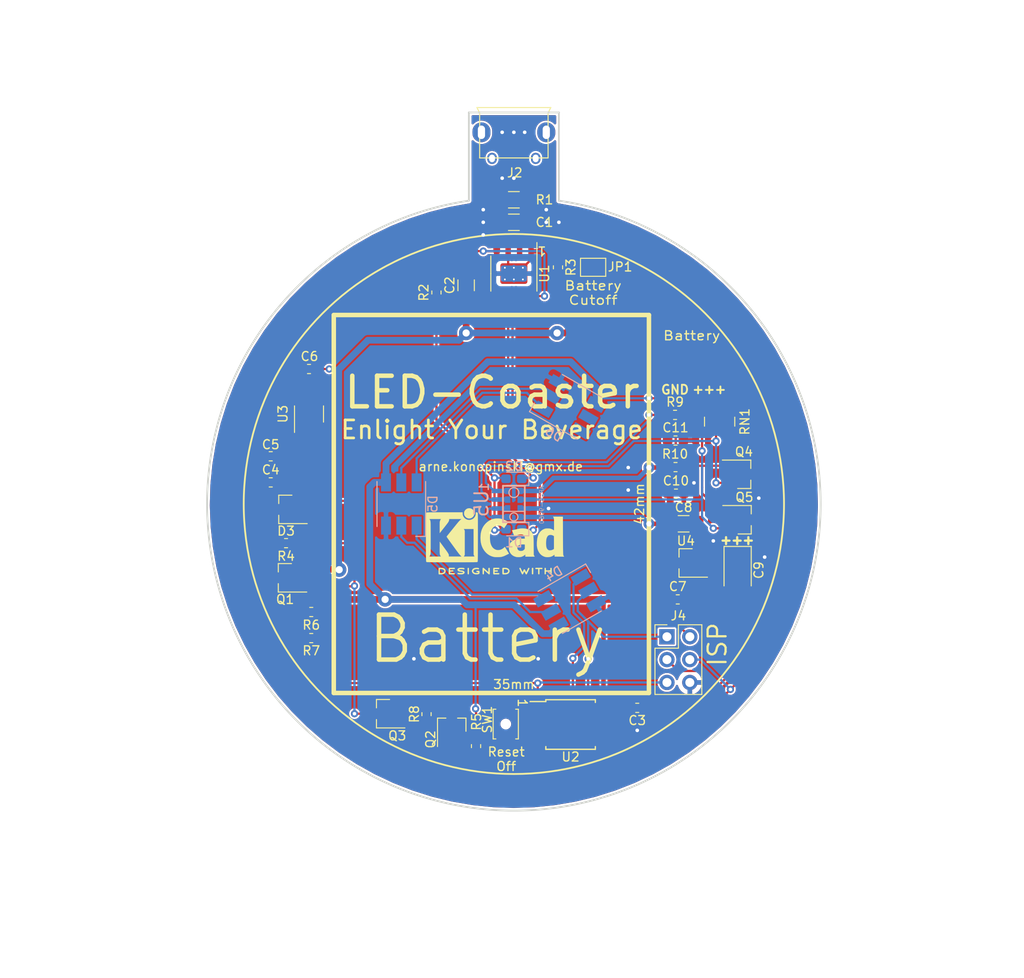
<source format=kicad_pcb>
(kicad_pcb (version 20171130) (host pcbnew "(5.1.4)-1")
  (layers (0 F.Cu signal) (31 B.Cu signal) (34 B.Paste user hide) (35 F.Paste user hide) (36 B.SilkS user) (37 F.SilkS user) (38 B.Mask user) (39 F.Mask user) (44 Edge.Cuts user))
  (net 0 "")
  (net 1 "Net-(C1-Pad1)")
  (net 2 GND)
  (net 3 +BATT)
  (net 4 VDD)
  (net 5 +3V3)
  (net 6 "Net-(D1-Pad2)")
  (net 7 "Net-(D1-Pad1)")
  (net 8 "Net-(D2-Pad1)")
  (net 9 "Net-(D3-Pad1)")
  (net 10 "Net-(D3-Pad2)")
  (net 11 /LED_Data)
  (net 12 /LED_Clock)
  (net 13 "Net-(D5-Pad5)")
  (net 14 "Net-(D5-Pad6)")
  (net 15 "Net-(D6-Pad6)")
  (net 16 "Net-(D6-Pad5)")
  (net 17 "Net-(J1-Pad1)")
  (net 18 "Net-(J2-Pad6)")
  (net 19 "Net-(J2-Pad4)")
  (net 20 "Net-(J2-Pad3)")
  (net 21 "Net-(J2-Pad2)")
  (net 22 "Net-(J2-Pad1)")
  (net 23 /SDA_HV)
  (net 24 /SCL_HV)
  (net 25 /MODE)
  (net 26 /OFF)
  (net 27 "Net-(Q2-Pad3)")
  (net 28 /SDA_LV)
  (net 29 /SCL_LV)
  (net 30 "Net-(R3-Pad1)")
  (net 31 "Net-(R9-Pad1)")
  (net 32 "Net-(U3-Pad6)")
  (net 33 "Net-(U5-Pad3)")
  (net 34 "Net-(C4-Pad1)")
  (net 35 "Net-(C11-Pad1)")
  (net 36 "Net-(D3-Pad3)")
  (net 37 "Net-(D4-Pad5)")
  (net 38 "Net-(D4-Pad6)")
  (module Resistor_SMD:R_0603_1608Metric_Pad1.05x0.95mm_HandSolder (layer F.Cu) (at 157.95 95.9)
    (fp_text reference R10 (at -0.05 -1.45) (layer F.SilkS))
    (fp_text value 22R)
    (pad 1 smd roundrect (at -0.875 0) (size 1.05 0.95) (layers F.Cu F.Paste F.Mask) (net 35 "Net-(C11-Pad1)"))
    (pad 2 smd roundrect (at 0.875 0) (size 1.05 0.95) (layers F.Cu F.Paste F.Mask) (net 5 +3V3))
  )
  (module Resistor_SMD:R_0603_1608Metric_Pad1.05x0.95mm_HandSolder (layer F.Cu) (at 117.5 114.9 180)
    (fp_text reference R7 (at 0 -1.4 180) (layer F.SilkS))
    (fp_text value 22k)
    (pad 1 smd roundrect (at -0.875 0 180) (size 1.05 0.95) (layers F.Cu F.Paste F.Mask) (net 25 /MODE))
    (pad 2 smd roundrect (at 0.875 0 180) (size 1.05 0.95) (layers F.Cu F.Paste F.Mask) (net 9 "Net-(D3-Pad1)"))
  )
  (module Capacitor_SMD:C_0603_1608Metric_Pad1.05x0.95mm_HandSolder (layer F.Cu) (at 113 97.6 180)
    (fp_text reference C4 (at 0 1.4) (layer F.SilkS))
    (fp_text value 33pF)
    (pad 1 smd roundrect (at -0.875 0 180) (size 1.05 0.95) (layers F.Cu F.Paste F.Mask) (net 34 "Net-(C4-Pad1)"))
    (pad 2 smd roundrect (at 0.875 0 180) (size 1.05 0.95) (layers F.Cu F.Paste F.Mask) (net 2 GND))
  )
  (module Package_TO_SOT_SMD:SOT-23_Handsoldering (layer F.Cu) (at 114.65 100.6 180)
    (fp_text reference D3 (at -0.05 -2.4) (layer F.SilkS))
    (fp_text value BAV70)
    (pad 1 smd rect (at -1.5 -0.95 180) (size 1.9 0.8) (layers F.Cu F.Paste F.Mask) (net 9 "Net-(D3-Pad1)"))
    (pad 2 smd rect (at -1.5 0.95 180) (size 1.9 0.8) (layers F.Cu F.Paste F.Mask) (net 10 "Net-(D3-Pad2)"))
    (pad 3 smd rect (at 1.5 0 180) (size 1.9 0.8) (layers F.Cu F.Paste F.Mask) (net 36 "Net-(D3-Pad3)"))
  )
  (module Package_SO:SOIC-8-1EP_3.9x4.9mm_P1.27mm_EP2.29x3mm_ThermalVias (layer F.Cu) (at 140 74.4 270)
    (fp_text reference U1 (at 0 -3.4 90) (layer F.SilkS))
    (fp_text value TP4056)
    (pad 8 smd roundrect (at 2.475 -1.905 270) (size 1.95 0.6) (layers F.Cu F.Paste F.Mask) (net 1 "Net-(C1-Pad1)"))
    (pad 7 smd roundrect (at 2.475 -0.635 270) (size 1.95 0.6) (layers F.Cu F.Paste F.Mask) (net 7 "Net-(D1-Pad1)"))
    (pad 6 smd roundrect (at 2.475 0.635 270) (size 1.95 0.6) (layers F.Cu F.Paste F.Mask) (net 8 "Net-(D2-Pad1)"))
    (pad 5 smd roundrect (at 2.475 1.905 270) (size 1.95 0.6) (layers F.Cu F.Paste F.Mask) (net 3 +BATT))
    (pad 4 smd roundrect (at -2.475 1.905 270) (size 1.95 0.6) (layers F.Cu F.Paste F.Mask) (net 1 "Net-(C1-Pad1)"))
    (pad 3 smd roundrect (at -2.475 0.635 270) (size 1.95 0.6) (layers F.Cu F.Paste F.Mask) (net 2 GND))
    (pad 2 smd roundrect (at -2.475 -0.635 270) (size 1.95 0.6) (layers F.Cu F.Paste F.Mask) (net 30 "Net-(R3-Pad1)"))
    (pad 1 smd roundrect (at -2.475 -1.905 270) (size 1.95 0.6) (layers F.Cu F.Paste F.Mask) (net 2 GND))
    (pad 9 smd roundrect (at 0 0 270) (size 1.8 2.9) (layers B.Cu) (roundrect_rratio 0.139) (net 2 GND))
    (pad 9 thru_hole circle (at 0.65 1 270) (size 0.5 0.5) (drill 0.2) (layers *.Cu) (net 2 GND))
    (pad 9 thru_hole circle (at -0.65 1 270) (size 0.5 0.5) (drill 0.2) (layers *.Cu) (net 2 GND))
    (pad 9 thru_hole circle (at 0.65 0 270) (size 0.5 0.5) (drill 0.2) (layers *.Cu) (net 2 GND))
    (pad 9 thru_hole circle (at -0.65 0 270) (size 0.5 0.5) (drill 0.2) (layers *.Cu) (net 2 GND))
    (pad 9 thru_hole circle (at 0.65 -1 270) (size 0.5 0.5) (drill 0.2) (layers *.Cu) (net 2 GND))
    (pad 9 thru_hole circle (at -0.65 -1 270) (size 0.5 0.5) (drill 0.2) (layers *.Cu) (net 2 GND))
    (pad 9 smd roundrect (at 0 0 270) (size 2.29 3) (layers F.Cu F.Mask) (roundrect_rratio 0.10917) (net 2 GND))
  )
  (module Symbol:KiCad-Logo2_6mm_SilkScreen (layer F.Cu) (at 137.9 103.45)
    (fp_text reference REF** hide)
    (fp_text value KiCad-Logo2_6mm_SilkScreen hide)
  )
  (module Sensor:APDS-9960-Handsolder (layer B.Cu) (at 140 100 180)
    (fp_text reference U5 (at 3.6 0.05 270) (layer B.SilkS) (effects (font (size 1.5 1.5) (thickness 0.2)) (justify mirror)))
    (fp_text value APDS-9960 (at -3.1 -0.1 90) (layer B.SilkS) (effects (font (size 0.48 0.48) (thickness 0.05)) (justify mirror)))
    (fp_text user 1 (at 3.3 1.9 90) (layer B.SilkS) (effects (justify mirror)))
    (pad 8 smd rect (at -1.7 1.45 180) (size 1.5 0.5) (layers B.Cu B.Paste B.Mask) (net 35 "Net-(C11-Pad1)"))
    (pad 7 smd rect (at -1.7 0.5 180) (size 1.5 0.5) (layers B.Cu B.Paste B.Mask) (net 29 /SCL_LV))
    (pad 6 smd rect (at -1.7 -0.5 180) (size 1.5 0.5) (layers B.Cu B.Paste B.Mask) (net 2 GND))
    (pad 5 smd rect (at -1.7 -1.45 180) (size 1.5 0.5) (layers B.Cu B.Paste B.Mask) (net 5 +3V3))
    (pad 4 smd rect (at 1.7 -1.45 180) (size 1.5 0.5) (layers B.Cu B.Paste B.Mask) (net 33 "Net-(U5-Pad3)"))
    (pad 3 smd rect (at 1.7 -0.5 180) (size 1.5 0.5) (layers B.Cu B.Paste B.Mask) (net 33 "Net-(U5-Pad3)"))
    (pad 2 smd rect (at 1.7 0.5 180) (size 1.5 0.5) (layers B.Cu B.Paste B.Mask) (net 31 "Net-(R9-Pad1)"))
    (pad 1 smd rect (at 1.7 1.45 180) (size 1.5 0.5) (layers B.Cu B.Paste B.Mask) (net 28 /SDA_LV))
    (pad 8 smd rect (at -0.7 1.455 180) (size 0.6 0.72) (layers B.Cu B.Paste B.Mask) (net 35 "Net-(C11-Pad1)"))
    (pad 7 smd rect (at -0.7 0.485 180) (size 0.6 0.72) (layers B.Cu B.Paste B.Mask) (net 29 /SCL_LV))
    (pad 6 smd rect (at -0.7 -0.485 180) (size 0.6 0.72) (layers B.Cu B.Paste B.Mask) (net 2 GND))
    (pad 5 smd rect (at -0.7 -1.455 180) (size 0.6 0.72) (layers B.Cu B.Paste B.Mask) (net 5 +3V3))
    (pad 4 smd rect (at 0.7 -1.455 180) (size 0.6 0.72) (layers B.Cu B.Paste B.Mask) (net 33 "Net-(U5-Pad3)"))
    (pad 3 smd rect (at 0.7 -0.485 180) (size 0.6 0.72) (layers B.Cu B.Paste B.Mask) (net 33 "Net-(U5-Pad3)"))
    (pad 2 smd rect (at 0.7 0.485 180) (size 0.6 0.72) (layers B.Cu B.Paste B.Mask) (net 31 "Net-(R9-Pad1)"))
    (pad 1 smd rect (at 0.7 1.455 180) (size 0.6 0.72) (layers B.Cu B.Paste B.Mask) (net 28 /SDA_LV))
  )
  (module Capacitor_SMD:C_1206_3216Metric_Pad1.42x1.75mm_HandSolder (layer F.Cu) (at 134.7 75.7 90)
    (fp_text reference C2 (at 0 -1.82 90) (layer F.SilkS))
    (fp_text value 10)
    (pad 2 smd roundrect (at 1.4875 0 90) (size 1.425 1.75) (layers F.Cu F.Paste F.Mask) (roundrect_rratio 0.175439) (net 2 GND))
    (pad 1 smd roundrect (at -1.4875 0 90) (size 1.425 1.75) (layers F.Cu F.Paste F.Mask) (roundrect_rratio 0.175439) (net 3 +BATT))
  )
  (module Capacitor_SMD:C_1206_3216Metric_Pad1.42x1.75mm_HandSolder (layer F.Cu) (at 140 68.7)
    (fp_text reference C1 (at 3.4 0) (layer F.SilkS))
    (fp_text value 10)
    (pad 1 smd roundrect (at -1.4875 0) (size 1.425 1.75) (layers F.Cu F.Paste F.Mask) (roundrect_rratio 0.175439) (net 1 "Net-(C1-Pad1)"))
    (pad 2 smd roundrect (at 1.4875 0) (size 1.425 1.75) (layers F.Cu F.Paste F.Mask) (roundrect_rratio 0.175439) (net 2 GND))
  )
  (module Capacitor_SMD:C_0603_1608Metric_Pad1.05x0.95mm_HandSolder (layer F.Cu) (at 153.7 122.65)
    (fp_text reference C3 (at 0 1.4) (layer F.SilkS))
    (fp_text value .1)
    (pad 1 smd roundrect (at -0.875 0) (size 1.05 0.95) (layers F.Cu F.Paste F.Mask) (net 4 VDD))
    (pad 2 smd roundrect (at 0.875 0) (size 1.05 0.95) (layers F.Cu F.Paste F.Mask) (net 2 GND))
  )
  (module Capacitor_SMD:C_0603_1608Metric_Pad1.05x0.95mm_HandSolder (layer F.Cu) (at 117.25 85 180)
    (fp_text reference C6 (at -0.05 1.4) (layer F.SilkS))
    (fp_text value .1)
    (pad 2 smd roundrect (at 0.875 0 180) (size 1.05 0.95) (layers F.Cu F.Paste F.Mask) (net 2 GND))
    (pad 1 smd roundrect (at -0.875 0 180) (size 1.05 0.95) (layers F.Cu F.Paste F.Mask) (net 3 +BATT))
  )
  (module Capacitor_SMD:C_0603_1608Metric_Pad1.05x0.95mm_HandSolder (layer F.Cu) (at 113 94.7 180)
    (fp_text reference C5 (at 0 1.3) (layer F.SilkS))
    (fp_text value 33pF)
    (pad 2 smd roundrect (at 0.875 0 180) (size 1.05 0.95) (layers F.Cu F.Paste F.Mask) (net 2 GND))
    (pad 1 smd roundrect (at -0.875 0 180) (size 1.05 0.95) (layers F.Cu F.Paste F.Mask) (net 34 "Net-(C4-Pad1)"))
  )
  (module Capacitor_SMD:C_0603_1608Metric_Pad1.05x0.95mm_HandSolder (layer F.Cu) (at 158.2 110.6)
    (fp_text reference C7 (at 0 -1.43) (layer F.SilkS))
    (fp_text value 1)
    (pad 2 smd roundrect (at 0.875 0) (size 1.05 0.95) (layers F.Cu F.Paste F.Mask) (net 2 GND))
    (pad 1 smd roundrect (at -0.875 0) (size 1.05 0.95) (layers F.Cu F.Paste F.Mask) (net 4 VDD))
  )
  (module Capacitor_SMD:C_1206_3216Metric_Pad1.42x1.75mm_HandSolder (layer F.Cu) (at 158.85 102.2)
    (fp_text reference C8 (at 0 -1.82) (layer F.SilkS))
    (fp_text value 10)
    (pad 1 smd roundrect (at -1.4875 0) (size 1.425 1.75) (layers F.Cu F.Paste F.Mask) (roundrect_rratio 0.175439) (net 5 +3V3))
    (pad 2 smd roundrect (at 1.4875 0) (size 1.425 1.75) (layers F.Cu F.Paste F.Mask) (roundrect_rratio 0.175439) (net 2 GND))
  )
  (module Capacitor_Tantalum_SMD:CP_EIA-3528-15_AVX-H_Pad1.50x2.35mm_HandSolder (layer F.Cu) (at 164.85 107.35 270)
    (fp_text reference C9 (at 0 -2.35 90) (layer F.SilkS))
    (fp_text value 47)
    (pad 1 smd roundrect (at -1.625 0 270) (size 1.5 2.35) (layers F.Cu F.Paste F.Mask) (roundrect_rratio 0.166667) (net 5 +3V3))
    (pad 2 smd roundrect (at 1.625 0 270) (size 1.5 2.35) (layers F.Cu F.Paste F.Mask) (roundrect_rratio 0.166667) (net 2 GND))
  )
  (module Capacitor_SMD:C_0603_1608Metric_Pad1.05x0.95mm_HandSolder (layer F.Cu) (at 158 98.85)
    (fp_text reference C10 (at 0 -1.43) (layer F.SilkS))
    (fp_text value 1)
    (pad 1 smd roundrect (at -0.875 0) (size 1.05 0.95) (layers F.Cu F.Paste F.Mask) (net 5 +3V3))
    (pad 2 smd roundrect (at 0.875 0) (size 1.05 0.95) (layers F.Cu F.Paste F.Mask) (net 2 GND))
  )
  (module Capacitor_SMD:C_0603_1608Metric_Pad1.05x0.95mm_HandSolder (layer F.Cu) (at 157.95 92.95)
    (fp_text reference C11 (at 0 -1.43) (layer F.SilkS))
    (fp_text value 1)
    (pad 1 smd roundrect (at -0.875 0) (size 1.05 0.95) (layers F.Cu F.Paste F.Mask) (net 35 "Net-(C11-Pad1)"))
    (pad 2 smd roundrect (at 0.875 0) (size 1.05 0.95) (layers F.Cu F.Paste F.Mask) (net 2 GND))
  )
  (module LED_SMD:LED_0603_1608Metric_Pad1.05x0.95mm_HandSolder (layer B.Cu) (at 140 102.8 180)
    (fp_text reference D1 (at 0 -1.5) (layer B.SilkS) (effects (justify mirror)))
    (fp_text value Red)
    (pad 2 smd roundrect (at 0.875 0 180) (size 1.05 0.95) (layers B.Cu B.Paste B.Mask) (net 6 "Net-(D1-Pad2)"))
    (pad 1 smd roundrect (at -0.875 0 180) (size 1.05 0.95) (layers B.Cu B.Paste B.Mask) (net 7 "Net-(D1-Pad1)"))
  )
  (module LED_SMD:LED_0603_1608Metric_Pad1.05x0.95mm_HandSolder (layer B.Cu) (at 140 97.2 180)
    (fp_text reference D2 (at 0 1.4) (layer B.SilkS) (effects (justify mirror)))
    (fp_text value Green)
    (pad 1 smd roundrect (at -0.875 0 180) (size 1.05 0.95) (layers B.Cu B.Paste B.Mask) (net 8 "Net-(D2-Pad1)"))
    (pad 2 smd roundrect (at 0.875 0 180) (size 1.05 0.95) (layers B.Cu B.Paste B.Mask) (net 6 "Net-(D1-Pad2)"))
  )
  (module LED_SMD:LED_RGB_5050-6 (layer B.Cu) (at 146.2 110.8 210)
    (fp_text reference D4 (at 0 3.5 210) (layer B.SilkS) (effects (justify mirror)))
    (fp_text value APA102)
    (pad 1 smd rect (at -2.4 1.7 120) (size 1.1 2) (layers B.Cu B.Paste B.Mask) (net 11 /LED_Data))
    (pad 2 smd rect (at -2.4 0 120) (size 1.1 2) (layers B.Cu B.Paste B.Mask) (net 12 /LED_Clock))
    (pad 3 smd rect (at -2.4 -1.7 120) (size 1.1 2) (layers B.Cu B.Paste B.Mask) (net 2 GND))
    (pad 4 smd rect (at 2.4 -1.7 120) (size 1.1 2) (layers B.Cu B.Paste B.Mask) (net 4 VDD))
    (pad 5 smd rect (at 2.4 0 120) (size 1.1 2) (layers B.Cu B.Paste B.Mask) (net 37 "Net-(D4-Pad5)"))
    (pad 6 smd rect (at 2.4 1.7 120) (size 1.1 2) (layers B.Cu B.Paste B.Mask) (net 38 "Net-(D4-Pad6)"))
  )
  (module LED_SMD:LED_RGB_5050-6 (layer B.Cu) (at 127.5 100 90)
    (fp_text reference D5 (at 0 3.5 270) (layer B.SilkS) (effects (justify mirror)))
    (fp_text value APA102)
    (pad 6 smd rect (at 2.4 1.7) (size 1.1 2) (layers B.Cu B.Paste B.Mask) (net 14 "Net-(D5-Pad6)"))
    (pad 5 smd rect (at 2.4 0) (size 1.1 2) (layers B.Cu B.Paste B.Mask) (net 13 "Net-(D5-Pad5)"))
    (pad 4 smd rect (at 2.4 -1.7) (size 1.1 2) (layers B.Cu B.Paste B.Mask) (net 4 VDD))
    (pad 3 smd rect (at -2.4 -1.7) (size 1.1 2) (layers B.Cu B.Paste B.Mask) (net 2 GND))
    (pad 2 smd rect (at -2.4 0) (size 1.1 2) (layers B.Cu B.Paste B.Mask) (net 37 "Net-(D4-Pad5)"))
    (pad 1 smd rect (at -2.4 1.7) (size 1.1 2) (layers B.Cu B.Paste B.Mask) (net 38 "Net-(D4-Pad6)"))
  )
  (module LED_SMD:LED_RGB_5050-6 (layer B.Cu) (at 146.2 89.2 330)
    (fp_text reference D6 (at 0 3.5 330) (layer B.SilkS) (effects (justify mirror)))
    (fp_text value APA102)
    (pad 1 smd rect (at -2.4 1.7 240) (size 1.1 2) (layers B.Cu B.Paste B.Mask) (net 14 "Net-(D5-Pad6)"))
    (pad 2 smd rect (at -2.4 0 240) (size 1.1 2) (layers B.Cu B.Paste B.Mask) (net 13 "Net-(D5-Pad5)"))
    (pad 3 smd rect (at -2.4 -1.7 240) (size 1.1 2) (layers B.Cu B.Paste B.Mask) (net 2 GND))
    (pad 4 smd rect (at 2.4 -1.7 240) (size 1.1 2) (layers B.Cu B.Paste B.Mask) (net 4 VDD))
    (pad 5 smd rect (at 2.4 0 240) (size 1.1 2) (layers B.Cu B.Paste B.Mask) (net 16 "Net-(D6-Pad5)"))
    (pad 6 smd rect (at 2.4 1.7 240) (size 1.1 2) (layers B.Cu B.Paste B.Mask) (net 15 "Net-(D6-Pad6)"))
  )
  (module Connector_USB:USB_Micro-B_XKB_Enterprise_U254-051T-4BH23-S2B (layer F.Cu) (at 140 60.7 180)
    (fp_text reference J2 (at -0.1 -2.5) (layer F.SilkS))
    (fp_text value USB_B_Micro)
    (pad 6 thru_hole oval (at 2.425 -0.9 180) (size 1.05 1.25) (drill oval 0.65 0.85) (layers *.Cu *.Mask) (net 18 "Net-(J2-Pad6)"))
    (pad 6 thru_hole oval (at -2.425 -0.9 180) (size 1.05 1.25) (drill oval 0.65 0.85) (layers *.Cu *.Mask) (net 18 "Net-(J2-Pad6)"))
    (pad 6 thru_hole oval (at -3.6 2 180) (size 2 2.2) (drill oval 0.8 1.5) (layers *.Cu *.Mask) (net 18 "Net-(J2-Pad6)"))
    (pad 6 thru_hole oval (at 3.6 2 180) (size 2 2.2) (drill oval 0.8 1.5) (layers *.Cu *.Mask) (net 18 "Net-(J2-Pad6)"))
    (pad 5 smd rect (at 1.3 -0.675 180) (size 0.4 1.35) (layers F.Cu F.Paste F.Mask) (net 2 GND))
    (pad 4 smd rect (at 0.65 -0.675 180) (size 0.4 1.35) (layers F.Cu F.Paste F.Mask) (net 19 "Net-(J2-Pad4)"))
    (pad 3 smd rect (at 0.025 -0.675 180) (size 0.4 1.35) (layers F.Cu F.Paste F.Mask) (net 20 "Net-(J2-Pad3)"))
    (pad 2 smd rect (at -0.65 -0.675 180) (size 0.4 1.35) (layers F.Cu F.Paste F.Mask) (net 21 "Net-(J2-Pad2)"))
    (pad 1 smd rect (at -1.3 -0.675 180) (size 0.4 1.35) (layers F.Cu F.Paste F.Mask) (net 22 "Net-(J2-Pad1)"))
  )
  (module Connector_PinHeader_2.54mm:PinHeader_2x03_P2.54mm_Vertical (layer F.Cu) (at 157 114.75)
    (fp_text reference J4 (at 1.27 -2.33) (layer F.SilkS))
    (fp_text value ISP)
    (pad 1 thru_hole rect (at 0 0) (size 1.7 1.7) (drill 1) (layers *.Cu *.Mask) (net 12 /LED_Clock))
    (pad 2 thru_hole oval (at 2.54 0) (size 1.7 1.7) (drill 1) (layers *.Cu *.Mask) (net 4 VDD))
    (pad 3 thru_hole oval (at 0 2.54) (size 1.7 1.7) (drill 1) (layers *.Cu *.Mask) (net 24 /SCL_HV))
    (pad 4 thru_hole oval (at 2.54 2.54) (size 1.7 1.7) (drill 1) (layers *.Cu *.Mask) (net 23 /SDA_HV))
    (pad 5 thru_hole oval (at 0 5.08) (size 1.7 1.7) (drill 1) (layers *.Cu *.Mask) (net 25 /MODE))
    (pad 6 thru_hole oval (at 2.54 5.08) (size 1.7 1.7) (drill 1) (layers *.Cu *.Mask) (net 2 GND))
  )
  (module Jumper:SolderJumper-2_P1.3mm_Open_Pad1.0x1.5mm (layer F.Cu) (at 148.8 73.7)
    (fp_text reference JP1 (at 3 -0.05) (layer F.SilkS))
    (fp_text value "Battery Cutoff" hide)
    (pad 2 smd rect (at 0.65 0) (size 1 1.5) (layers F.Cu F.Mask) (net 17 "Net-(J1-Pad1)"))
    (pad 1 smd rect (at -0.65 0) (size 1 1.5) (layers F.Cu F.Mask) (net 3 +BATT))
  )
  (module Package_TO_SOT_SMD:SOT-23_Handsoldering (layer F.Cu) (at 114.6 108.2 180)
    (fp_text reference Q1 (at 0 -2.4) (layer F.SilkS))
    (fp_text value IRLML6401)
    (pad 3 smd rect (at 1.5 0 180) (size 1.9 0.8) (layers F.Cu F.Paste F.Mask) (net 4 VDD))
    (pad 2 smd rect (at -1.5 0.95 180) (size 1.9 0.8) (layers F.Cu F.Paste F.Mask) (net 3 +BATT))
    (pad 1 smd rect (at -1.5 -0.95 180) (size 1.9 0.8) (layers F.Cu F.Paste F.Mask) (net 10 "Net-(D3-Pad2)"))
  )
  (module Package_TO_SOT_SMD:SOT-23_Handsoldering (layer F.Cu) (at 133.1 124.55 90)
    (fp_text reference Q2 (at -1.6 -2.35 90) (layer F.SilkS))
    (fp_text value BSS84)
    (pad 1 smd rect (at -1.5 -0.95 90) (size 1.9 0.8) (layers F.Cu F.Paste F.Mask) (net 26 /OFF))
    (pad 2 smd rect (at -1.5 0.95 90) (size 1.9 0.8) (layers F.Cu F.Paste F.Mask) (net 4 VDD))
    (pad 3 smd rect (at 1.5 0 90) (size 1.9 0.8) (layers F.Cu F.Paste F.Mask) (net 27 "Net-(Q2-Pad3)"))
  )
  (module Package_TO_SOT_SMD:SOT-23_Handsoldering (layer F.Cu) (at 125.5 123.3 180)
    (fp_text reference Q3 (at -1.55 -2.45) (layer F.SilkS))
    (fp_text value BSS123)
    (pad 1 smd rect (at -1.5 -0.95 180) (size 1.9 0.8) (layers F.Cu F.Paste F.Mask) (net 27 "Net-(Q2-Pad3)"))
    (pad 2 smd rect (at -1.5 0.95 180) (size 1.9 0.8) (layers F.Cu F.Paste F.Mask) (net 2 GND))
    (pad 3 smd rect (at 1.5 0 180) (size 1.9 0.8) (layers F.Cu F.Paste F.Mask) (net 10 "Net-(D3-Pad2)"))
  )
  (module Package_TO_SOT_SMD:SOT-23_Handsoldering (layer F.Cu) (at 165.55 96.7)
    (fp_text reference Q4 (at 0 -2.5) (layer F.SilkS))
    (fp_text value BSS123)
    (pad 3 smd rect (at 1.5 0) (size 1.9 0.8) (layers F.Cu F.Paste F.Mask) (net 23 /SDA_HV))
    (pad 2 smd rect (at -1.5 0.95) (size 1.9 0.8) (layers F.Cu F.Paste F.Mask) (net 28 /SDA_LV))
    (pad 1 smd rect (at -1.5 -0.95) (size 1.9 0.8) (layers F.Cu F.Paste F.Mask) (net 5 +3V3))
  )
  (module Package_TO_SOT_SMD:SOT-23_Handsoldering (layer F.Cu) (at 165.6 101.75)
    (fp_text reference Q5 (at 0 -2.5) (layer F.SilkS))
    (fp_text value BSS123)
    (pad 1 smd rect (at -1.5 -0.95) (size 1.9 0.8) (layers F.Cu F.Paste F.Mask) (net 5 +3V3))
    (pad 2 smd rect (at -1.5 0.95) (size 1.9 0.8) (layers F.Cu F.Paste F.Mask) (net 29 /SCL_LV))
    (pad 3 smd rect (at 1.5 0) (size 1.9 0.8) (layers F.Cu F.Paste F.Mask) (net 24 /SCL_HV))
  )
  (module Resistor_SMD:R_1206_3216Metric_Pad1.42x1.75mm_HandSolder (layer F.Cu) (at 140 66.2)
    (fp_text reference R1 (at 3.4 0) (layer F.SilkS))
    (fp_text value 0R4)
    (pad 1 smd roundrect (at -1.4875 0) (size 1.425 1.75) (layers F.Cu F.Paste F.Mask) (roundrect_rratio 0.175439) (net 1 "Net-(C1-Pad1)"))
    (pad 2 smd roundrect (at 1.4875 0) (size 1.425 1.75) (layers F.Cu F.Paste F.Mask) (roundrect_rratio 0.175439) (net 22 "Net-(J2-Pad1)"))
  )
  (module Resistor_SMD:R_0603_1608Metric_Pad1.05x0.95mm_HandSolder (layer F.Cu) (at 131.4 76.5 270)
    (fp_text reference R2 (at 0 1.4 90) (layer F.SilkS))
    (fp_text value 1k)
    (pad 1 smd roundrect (at -0.875 0 270) (size 1.05 0.95) (layers F.Cu F.Paste F.Mask) (net 1 "Net-(C1-Pad1)"))
    (pad 2 smd roundrect (at 0.875 0 270) (size 1.05 0.95) (layers F.Cu F.Paste F.Mask) (net 6 "Net-(D1-Pad2)"))
  )
  (module Resistor_SMD:R_0603_1608Metric_Pad1.05x0.95mm_HandSolder (layer F.Cu) (at 144.9 73.7 270)
    (fp_text reference R3 (at 0 -1.43 90) (layer F.SilkS))
    (fp_text value 4k7)
    (pad 2 smd roundrect (at 0.875 0 270) (size 1.05 0.95) (layers F.Cu F.Paste F.Mask) (net 2 GND))
    (pad 1 smd roundrect (at -0.875 0 270) (size 1.05 0.95) (layers F.Cu F.Paste F.Mask) (net 30 "Net-(R3-Pad1)"))
  )
  (module Resistor_SMD:R_0603_1608Metric_Pad1.05x0.95mm_HandSolder (layer F.Cu) (at 135.8 126.9 90)
    (fp_text reference R5 (at 2.7 0.05 90) (layer F.SilkS))
    (fp_text value 220k)
    (pad 2 smd roundrect (at 0.875 0 90) (size 1.05 0.95) (layers F.Cu F.Paste F.Mask) (net 4 VDD))
    (pad 1 smd roundrect (at -0.875 0 90) (size 1.05 0.95) (layers F.Cu F.Paste F.Mask) (net 26 /OFF))
  )
  (module Resistor_SMD:R_0603_1608Metric_Pad1.05x0.95mm_HandSolder (layer F.Cu) (at 114.7 104.35 180)
    (fp_text reference R4 (at 0 -1.45) (layer F.SilkS))
    (fp_text value 220k)
    (pad 1 smd roundrect (at -0.875 0 180) (size 1.05 0.95) (layers F.Cu F.Paste F.Mask) (net 10 "Net-(D3-Pad2)"))
    (pad 2 smd roundrect (at 0.875 0 180) (size 1.05 0.95) (layers F.Cu F.Paste F.Mask) (net 3 +BATT))
  )
  (module Resistor_SMD:R_0603_1608Metric_Pad1.05x0.95mm_HandSolder (layer F.Cu) (at 117.5 112)
    (fp_text reference R6 (at 0 1.45) (layer F.SilkS))
    (fp_text value 2k2)
    (pad 2 smd roundrect (at 0.875 0) (size 1.05 0.95) (layers F.Cu F.Paste F.Mask) (net 4 VDD))
    (pad 1 smd roundrect (at -0.875 0) (size 1.05 0.95) (layers F.Cu F.Paste F.Mask) (net 25 /MODE))
  )
  (module Resistor_SMD:R_0603_1608Metric_Pad1.05x0.95mm_HandSolder (layer F.Cu) (at 130.3 123.35 270)
    (fp_text reference R8 (at 0 1.35 90) (layer F.SilkS))
    (fp_text value 220k)
    (pad 1 smd roundrect (at -0.875 0 270) (size 1.05 0.95) (layers F.Cu F.Paste F.Mask) (net 2 GND))
    (pad 2 smd roundrect (at 0.875 0 270) (size 1.05 0.95) (layers F.Cu F.Paste F.Mask) (net 27 "Net-(Q2-Pad3)"))
  )
  (module Resistor_SMD:R_0603_1608Metric_Pad1.05x0.95mm_HandSolder (layer F.Cu) (at 157.9 90.1)
    (fp_text reference R9 (at 0 -1.43) (layer F.SilkS))
    (fp_text value 22k)
    (pad 2 smd roundrect (at 0.875 0) (size 1.05 0.95) (layers F.Cu F.Paste F.Mask) (net 5 +3V3))
    (pad 1 smd roundrect (at -0.875 0) (size 1.05 0.95) (layers F.Cu F.Paste F.Mask) (net 31 "Net-(R9-Pad1)"))
  )
  (module Resistor_SMD:R_Array_Convex_4x0603 (layer F.Cu) (at 162.85 90.85 270)
    (fp_text reference RN1 (at 0 -2.8 90) (layer F.SilkS))
    (fp_text value 4x10k)
    (pad 1 smd rect (at -0.9 -1.2 270) (size 0.8 0.5) (layers F.Cu F.Paste F.Mask) (net 4 VDD))
    (pad 3 smd rect (at -0.9 0.4 270) (size 0.8 0.4) (layers F.Cu F.Paste F.Mask) (net 5 +3V3))
    (pad 2 smd rect (at -0.9 -0.4 270) (size 0.8 0.4) (layers F.Cu F.Paste F.Mask) (net 4 VDD))
    (pad 4 smd rect (at -0.9 1.2 270) (size 0.8 0.5) (layers F.Cu F.Paste F.Mask) (net 5 +3V3))
    (pad 7 smd rect (at 0.9 -0.4 270) (size 0.8 0.4) (layers F.Cu F.Paste F.Mask) (net 24 /SCL_HV))
    (pad 8 smd rect (at 0.9 -1.2 270) (size 0.8 0.5) (layers F.Cu F.Paste F.Mask) (net 23 /SDA_HV))
    (pad 6 smd rect (at 0.9 0.4 270) (size 0.8 0.4) (layers F.Cu F.Paste F.Mask) (net 28 /SDA_LV))
    (pad 5 smd rect (at 0.9 1.2 270) (size 0.8 0.5) (layers F.Cu F.Paste F.Mask) (net 29 /SCL_LV))
  )
  (module Button_Switch_SMD:SW_SPST_B3U-1000P-B (layer F.Cu) (at 139.1 124.45 270)
    (fp_text reference SW1 (at -0.5 2.05 270) (layer F.SilkS))
    (fp_text value "Reset / OFF")
    (pad 1 smd rect (at -1.7 0 270) (size 0.9 1.7) (layers F.Cu F.Paste F.Mask) (net 25 /MODE))
    (pad 2 smd rect (at 1.7 0 270) (size 0.9 1.7) (layers F.Cu F.Paste F.Mask) (net 2 GND))
    (pad "" np_thru_hole circle (at 0 0 270) (size 0.8 0.8) (drill 0.8) (layers *.Cu *.Mask))
  )
  (module Package_TO_SOT_SMD:SOT-23-6_Handsoldering (layer F.Cu) (at 117.25 90 90)
    (fp_text reference U3 (at 0 -2.9 90) (layer F.SilkS))
    (fp_text value TTP223-BA6)
    (pad 1 smd rect (at -1.35 -0.95 90) (size 1.56 0.65) (layers F.Cu F.Paste F.Mask) (net 36 "Net-(D3-Pad3)"))
    (pad 2 smd rect (at -1.35 0 90) (size 1.56 0.65) (layers F.Cu F.Paste F.Mask) (net 2 GND))
    (pad 3 smd rect (at -1.35 0.95 90) (size 1.56 0.65) (layers F.Cu F.Paste F.Mask) (net 34 "Net-(C4-Pad1)"))
    (pad 4 smd rect (at 1.35 0.95 90) (size 1.56 0.65) (layers F.Cu F.Paste F.Mask) (net 3 +BATT))
    (pad 6 smd rect (at 1.35 -0.95 90) (size 1.56 0.65) (layers F.Cu F.Paste F.Mask) (net 32 "Net-(U3-Pad6)"))
    (pad 5 smd rect (at 1.35 0 90) (size 1.56 0.65) (layers F.Cu F.Paste F.Mask) (net 3 +BATT))
  )
  (module Package_TO_SOT_SMD:SOT-23_Handsoldering (layer F.Cu) (at 159.1 106.55 180)
    (fp_text reference U4 (at 0 2.45) (layer F.SilkS))
    (fp_text value MCP1700-3302)
    (pad 3 smd rect (at 1.5 0 180) (size 1.9 0.8) (layers F.Cu F.Paste F.Mask) (net 4 VDD))
    (pad 2 smd rect (at -1.5 0.95 180) (size 1.9 0.8) (layers F.Cu F.Paste F.Mask) (net 5 +3V3))
    (pad 1 smd rect (at -1.5 -0.95 180) (size 1.9 0.8) (layers F.Cu F.Paste F.Mask) (net 2 GND))
  )
  (module Package_SO:SOIJ-8_5.3x5.3mm_P1.27mm (layer F.Cu) (at 146.3 124.5)
    (fp_text reference U2 (at 0 3.6) (layer F.SilkS))
    (fp_text value ATtiny85-x0SU)
    (pad 1 smd rect (at -3.65 -1.905) (size 1.7 0.65) (layers F.Cu F.Paste F.Mask) (net 25 /MODE))
    (pad 2 smd rect (at -3.65 -0.635) (size 1.7 0.65) (layers F.Cu F.Paste F.Mask) (net 11 /LED_Data))
    (pad 3 smd rect (at -3.65 0.635) (size 1.7 0.65) (layers F.Cu F.Paste F.Mask) (net 26 /OFF))
    (pad 4 smd rect (at -3.65 1.905) (size 1.7 0.65) (layers F.Cu F.Paste F.Mask) (net 2 GND))
    (pad 5 smd rect (at 3.65 1.905) (size 1.7 0.65) (layers F.Cu F.Paste F.Mask) (net 23 /SDA_HV))
    (pad 6 smd rect (at 3.65 0.635) (size 1.7 0.65) (layers F.Cu F.Paste F.Mask) (net 12 /LED_Clock))
    (pad 7 smd rect (at 3.65 -0.635) (size 1.7 0.65) (layers F.Cu F.Paste F.Mask) (net 24 /SCL_HV))
    (pad 8 smd rect (at 3.65 -1.905) (size 1.7 0.65) (layers F.Cu F.Paste F.Mask) (net 4 VDD))
  )
  (module conn-wire-pads:SolderPad-100x150 (layer F.Cu) (at 117.3 96.05 90)
    (fp_text reference J5 hide)
    (fp_text value TouchPad hide)
    (pad 1 smd rect (at 0 0 90) (size 3.81 2.54) (layers F.Cu F.Paste F.Mask) (net 34 "Net-(C4-Pad1)"))
  )
  (module conn-wire-pads:SolderPad-100x150 (layer F.Cu) (at 161.7 84.4 90)
    (fp_text reference J1 hide)
    (fp_text value "Battery Positiv" hide)
    (pad 1 smd rect (at 0 0 90) (size 3.81 2.54) (layers F.Cu F.Paste F.Mask) (net 17 "Net-(J1-Pad1)"))
  )
  (module conn-wire-pads:SolderPad-100x150 (layer F.Cu) (at 157.9 84.4 90)
    (fp_text reference J3 hide)
    (fp_text value "Battery GND" hide)
    (pad 1 smd rect (at 0 0 90) (size 3.81 2.54) (layers F.Cu F.Paste F.Mask) (net 2 GND))
  )
  (gr_text Battery (at 159.75 81.3) (layer F.SilkS) (effects (font (size 1 1.2))))
  (gr_text Battery (at 137.05 115) (layer F.SilkS) (effects (font (size 5 5) (thickness 0.5))))
  (gr_text "Enlight Your Beverage" (at 137.55 91.75) (layer F.SilkS) (effects (font (size 2 2) (thickness 0.3))))
  (gr_text "Battery\nCutoff" (at 148.8 76.55) (layer F.SilkS) (effects (font (size 1 1.2))))
  (gr_text LED-Coaster (at 137.6 87.6) (layer F.SilkS) (effects (font (size 3.4 3.4) (thickness 0.5))))
  (gr_text arne.konopinski@gmx.de (at 138.55 95.85) (layer F.SilkS) (effects (font (size 1 1))))
  (gr_text 1 (at 143.1 71.9 180) (layer F.SilkS) (effects (font (size 1 1))))
  (gr_text +++ (at 161.7 87.25) (layer F.SilkS) (effects (font (size 1 1) (thickness 0.2))))
  (gr_text GND (at 157.9 87.3) (layer F.SilkS) (effects (font (size 1 1) (thickness 0.2))))
  (gr_text +++ (at 164.8 104) (layer F.SilkS) (effects (font (size 1 1) (thickness 0.25))))
  (gr_text ISP (at 162.6 115.6 90) (layer F.SilkS) (effects (font (size 2 2) (thickness 0.25))))
  (gr_text 1 (at 140.95 122.1 270) (layer F.SilkS) (effects (font (size 1 1))))
  (gr_text "Reset\nOff" (at 139.15 128.35) (layer F.SilkS) (effects (font (size 1 1))))
  (gr_line (start 120 79) (end 155 79) (layer F.SilkS) (width 0.5))
  (gr_text 42mm (at 153.95 100 90) (layer F.SilkS) (effects (font (size 1 1))))
  (gr_text 35mm (at 140 120.05) (layer F.SilkS) (effects (font (size 1 1))))
  (gr_line (start 155 121) (end 155 79) (layer F.SilkS) (width 0.5))
  (gr_line (start 120 121) (end 155 121) (layer F.SilkS) (width 0.5))
  (gr_line (start 120 121) (end 120 79) (layer F.SilkS) (width 0.5))
  (gr_circle (center 140 100) (end 170 100) (layer F.SilkS) (width 0.2))
  (gr_arc (start 140 100) (end 135.000001 66.300001) (angle -343.1214171) (layer Edge.Cuts) (width 0.2))
  (gr_line (start 145 56.5) (end 145 66.300001) (layer Edge.Cuts) (width 0.2))
  (gr_line (start 135 56.5) (end 135.000001 66.300001) (layer Edge.Cuts) (width 0.2))
  (gr_line (start 145 56.5) (end 135 56.5) (layer Edge.Cuts) (width 0.2))
  (segment (start 138.095 71.925) (end 138.095 70.605) (width 0.75) (layer F.Cu) (net 1))
  (segment (start 138.5125 70.1875) (end 138.5125 68.7) (width 0.75) (layer F.Cu) (net 1))
  (segment (start 138.095 70.605) (end 138.5125 70.1875) (width 0.75) (layer F.Cu) (net 1))
  (via (at 136.6 71.9) (size 0.8) (drill 0.4) (layers F.Cu B.Cu) (net 1))
  (segment (start 138.095 71.925) (end 136.625 71.925) (width 0.25) (layer F.Cu) (net 1))
  (segment (start 136.625 71.925) (end 136.6 71.9) (width 0.25) (layer F.Cu) (net 1))
  (segment (start 136.6 71.9) (end 143 71.9) (width 0.25) (layer B.Cu) (net 1))
  (via (at 143.4 76.9) (size 0.8) (drill 0.4) (layers F.Cu B.Cu) (net 1))
  (segment (start 143 71.9) (end 143.4 72.3) (width 0.25) (layer B.Cu) (net 1))
  (segment (start 143.4 72.3) (end 143.4 76.9) (width 0.25) (layer B.Cu) (net 1))
  (segment (start 141.93 76.9) (end 141.905 76.875) (width 0.25) (layer F.Cu) (net 1))
  (segment (start 143.4 76.9) (end 141.93 76.9) (width 0.25) (layer F.Cu) (net 1))
  (segment (start 136.6 71.9) (end 132.25 71.9) (width 0.25) (layer F.Cu) (net 1))
  (segment (start 131.4 72.75) (end 131.4 75.625) (width 0.25) (layer F.Cu) (net 1))
  (segment (start 132.25 71.9) (end 131.4 72.75) (width 0.25) (layer F.Cu) (net 1))
  (segment (start 138.5125 68.7) (end 138.5125 66.2) (width 0.75) (layer F.Cu) (net 1))
  (segment (start 139 73.75) (end 139.4 73.35) (width 0.25) (layer F.Cu) (net 2))
  (segment (start 139.365 73.315) (end 139.365 71.925) (width 0.25) (layer F.Cu) (net 2))
  (segment (start 139.4 73.35) (end 139.365 73.315) (width 0.25) (layer F.Cu) (net 2))
  (via (at 143.85 100.5) (size 0.8) (drill 0.4) (layers F.Cu B.Cu) (net 2))
  (segment (start 141.7 100.5) (end 143.85 100.5) (width 0.25) (layer B.Cu) (net 2))
  (segment (start 141.905 72.845) (end 141 73.75) (width 0.25) (layer F.Cu) (net 2))
  (segment (start 141.905 71.925) (end 141.905 72.845) (width 0.25) (layer F.Cu) (net 2))
  (via (at 138.7 58.7) (size 0.8) (drill 0.4) (layers F.Cu B.Cu) (net 2))
  (via (at 140 58.7) (size 0.8) (drill 0.4) (layers F.Cu B.Cu) (net 2))
  (via (at 141.2 58.7) (size 0.8) (drill 0.4) (layers F.Cu B.Cu) (net 2))
  (via (at 138.7 63.8) (size 0.8) (drill 0.4) (layers F.Cu B.Cu) (net 2))
  (via (at 140 63.8) (size 0.8) (drill 0.4) (layers F.Cu B.Cu) (net 2))
  (via (at 143.6 68.7) (size 0.8) (drill 0.4) (layers F.Cu B.Cu) (net 2))
  (via (at 136.6 70.1) (size 0.8) (drill 0.4) (layers F.Cu B.Cu) (net 2))
  (via (at 136.6 68.7) (size 0.8) (drill 0.4) (layers F.Cu B.Cu) (net 2))
  (via (at 136.6 67.3) (size 0.8) (drill 0.4) (layers F.Cu B.Cu) (net 2))
  (via (at 143.6 67.3) (size 0.8) (drill 0.4) (layers F.Cu B.Cu) (net 2))
  (via (at 145 68.7) (size 0.8) (drill 0.4) (layers F.Cu B.Cu) (net 2))
  (via (at 152.7 95.95) (size 0.8) (drill 0.4) (layers F.Cu B.Cu) (net 2))
  (via (at 152.7 98.45) (size 0.8) (drill 0.4) (layers F.Cu B.Cu) (net 2))
  (via (at 153.7 125.15) (size 0.8) (drill 0.4) (layers F.Cu B.Cu) (net 2))
  (via (at 142.7 117.2) (size 0.8) (drill 0.4) (layers F.Cu B.Cu) (net 2))
  (via (at 128.9 117.2) (size 0.8) (drill 0.4) (layers F.Cu B.Cu) (net 2))
  (via (at 167.2 99.35) (size 0.8) (drill 0.4) (layers F.Cu B.Cu) (net 2))
  (via (at 167.85 105.9) (size 0.8) (drill 0.4) (layers F.Cu B.Cu) (net 2))
  (via (at 162.15 104.1) (size 0.8) (drill 0.4) (layers F.Cu B.Cu) (net 2))
  (via (at 160 97.65) (size 0.8) (drill 0.4) (layers F.Cu B.Cu) (net 2))
  (segment (start 138.095 76.875) (end 136.725 76.875) (width 0.75) (layer F.Cu) (net 3))
  (segment (start 136.4125 77.1875) (end 134.7 77.1875) (width 0.75) (layer F.Cu) (net 3))
  (segment (start 136.725 76.875) (end 136.4125 77.1875) (width 0.75) (layer F.Cu) (net 3))
  (segment (start 117.25 88.65) (end 118.2 88.65) (width 0.25) (layer F.Cu) (net 3))
  (segment (start 118.2 85.075) (end 118.125 85) (width 0.25) (layer F.Cu) (net 3))
  (segment (start 118.2 88.65) (end 118.2 85.075) (width 0.25) (layer F.Cu) (net 3))
  (segment (start 134.7 77.1875) (end 134.7 81) (width 0.75) (layer F.Cu) (net 3))
  (via (at 134.7 81) (size 1.6) (drill 0.8) (layers F.Cu B.Cu) (net 3))
  (segment (start 133.900001 81.799999) (end 123.800001 81.799999) (width 0.75) (layer B.Cu) (net 3))
  (segment (start 134.7 81) (end 133.900001 81.799999) (width 0.75) (layer B.Cu) (net 3))
  (segment (start 123.800001 81.799999) (end 120.55 85.05) (width 0.75) (layer B.Cu) (net 3))
  (via (at 119.5 85) (size 0.8) (drill 0.4) (layers F.Cu B.Cu) (net 3))
  (segment (start 118.125 85) (end 119.5 85) (width 0.25) (layer F.Cu) (net 3))
  (segment (start 120.115685 85.05) (end 120.55 85.05) (width 0.25) (layer B.Cu) (net 3))
  (segment (start 120.065685 85) (end 120.115685 85.05) (width 0.25) (layer B.Cu) (net 3))
  (segment (start 119.5 85) (end 120.065685 85) (width 0.25) (layer B.Cu) (net 3))
  (segment (start 148.15 73.7) (end 148.15 78.65) (width 0.75) (layer F.Cu) (net 3))
  (via (at 144.8 81) (size 1.6) (drill 0.8) (layers F.Cu B.Cu) (net 3))
  (segment (start 148.15 78.65) (end 145.8 81) (width 0.75) (layer F.Cu) (net 3))
  (segment (start 145.8 81) (end 144.8 81) (width 0.75) (layer F.Cu) (net 3))
  (segment (start 144.8 81) (end 134.7 81) (width 0.75) (layer B.Cu) (net 3))
  (via (at 120.6 107.3) (size 1.6) (drill 0.8) (layers F.Cu B.Cu) (net 3))
  (segment (start 120.55 85.05) (end 120.55 107.25) (width 0.75) (layer B.Cu) (net 3))
  (segment (start 120.55 107.25) (end 120.6 107.3) (width 0.75) (layer B.Cu) (net 3))
  (segment (start 120.55 107.25) (end 120.6 107.3) (width 0.75) (layer F.Cu) (net 3))
  (segment (start 116.1 107.25) (end 120.55 107.25) (width 0.75) (layer F.Cu) (net 3))
  (segment (start 115.55 107.25) (end 116.1 107.25) (width 0.25) (layer F.Cu) (net 3))
  (segment (start 113.825 105.525) (end 115.55 107.25) (width 0.25) (layer F.Cu) (net 3))
  (segment (start 113.825 104.35) (end 113.825 105.525) (width 0.25) (layer F.Cu) (net 3))
  (segment (start 149.128461 88.927757) (end 149.128461 87.028461) (width 0.75) (layer B.Cu) (net 4))
  (segment (start 149.128461 87.028461) (end 146.3 84.2) (width 0.75) (layer B.Cu) (net 4))
  (segment (start 146.3 84.2) (end 137.1 84.2) (width 0.75) (layer B.Cu) (net 4))
  (segment (start 125.8 95.5) (end 125.8 97.6) (width 0.75) (layer B.Cu) (net 4))
  (segment (start 137.1 84.2) (end 125.8 95.5) (width 0.75) (layer B.Cu) (net 4))
  (via (at 125.7 110.6) (size 1.6) (drill 0.8) (layers F.Cu B.Cu) (net 4))
  (segment (start 143.210038 114.4) (end 140.014477 111.204439) (width 0.75) (layer B.Cu) (net 4))
  (segment (start 144.971539 113.472243) (end 144.043782 114.4) (width 0.75) (layer B.Cu) (net 4))
  (segment (start 144.043782 114.4) (end 143.210038 114.4) (width 0.75) (layer B.Cu) (net 4))
  (segment (start 134.2 110.6) (end 125.7 110.6) (width 0.75) (layer B.Cu) (net 4))
  (segment (start 134.804439 111.204439) (end 134.2 110.6) (width 0.75) (layer B.Cu) (net 4))
  (segment (start 124.5 97.6) (end 124 98.1) (width 0.75) (layer B.Cu) (net 4))
  (segment (start 125.8 97.6) (end 124.5 97.6) (width 0.75) (layer B.Cu) (net 4))
  (segment (start 124 108.9) (end 125.7 110.6) (width 0.75) (layer B.Cu) (net 4))
  (segment (start 124 98.1) (end 124 108.9) (width 0.75) (layer B.Cu) (net 4))
  (segment (start 151.475 110.625) (end 151.5 110.6) (width 0.5) (layer F.Cu) (net 4))
  (segment (start 151.5 110.6) (end 153.2 110.6) (width 0.75) (layer F.Cu) (net 4))
  (segment (start 164.05 89.95) (end 163.25 89.95) (width 0.25) (layer F.Cu) (net 4))
  (segment (start 149.156922 87) (end 149.128461 87.028461) (width 0.25) (layer B.Cu) (net 4))
  (segment (start 153.2 110.6) (end 157.325 110.6) (width 0.75) (layer F.Cu) (net 4))
  (segment (start 157.6 106.55) (end 157.6 108.85) (width 0.75) (layer F.Cu) (net 4))
  (segment (start 157.325 109.125) (end 157.325 110.6) (width 0.75) (layer F.Cu) (net 4))
  (segment (start 157.6 108.85) (end 157.325 109.125) (width 0.75) (layer F.Cu) (net 4))
  (segment (start 157.325 112.535) (end 159.54 114.75) (width 0.25) (layer F.Cu) (net 4))
  (segment (start 157.325 110.6) (end 157.325 112.535) (width 0.25) (layer F.Cu) (net 4))
  (segment (start 113.1 109.9) (end 113.1 108.2) (width 0.75) (layer F.Cu) (net 4))
  (segment (start 113.8 110.6) (end 113.1 109.9) (width 0.75) (layer F.Cu) (net 4))
  (segment (start 125.7 110.6) (end 120 110.6) (width 0.75) (layer F.Cu) (net 4))
  (segment (start 118.375 110.625) (end 118.375 112) (width 0.25) (layer F.Cu) (net 4))
  (segment (start 118.4 110.6) (end 118.375 110.625) (width 0.25) (layer F.Cu) (net 4))
  (segment (start 118.4 110.6) (end 113.8 110.6) (width 0.75) (layer F.Cu) (net 4))
  (segment (start 120 110.6) (end 118.4 110.6) (width 0.75) (layer F.Cu) (net 4))
  (segment (start 152.77 122.595) (end 152.825 122.65) (width 0.5) (layer F.Cu) (net 4))
  (segment (start 149.95 122.595) (end 152.77 122.595) (width 0.5) (layer F.Cu) (net 4))
  (segment (start 149.95 110.7) (end 150.05 110.6) (width 0.5) (layer F.Cu) (net 4))
  (segment (start 149.95 122.595) (end 149.95 110.7) (width 0.5) (layer F.Cu) (net 4))
  (segment (start 150.05 110.6) (end 151.5 110.6) (width 0.75) (layer F.Cu) (net 4))
  (segment (start 125.7 110.6) (end 150.05 110.6) (width 0.75) (layer F.Cu) (net 4))
  (segment (start 135.775 126.05) (end 135.8 126.025) (width 0.25) (layer F.Cu) (net 4))
  (segment (start 134.05 126.05) (end 135.775 126.05) (width 0.25) (layer F.Cu) (net 4))
  (via (at 135.75 122.75) (size 0.8) (drill 0.4) (layers F.Cu B.Cu) (net 4))
  (segment (start 135.8 126.025) (end 135.8 122.8) (width 0.25) (layer F.Cu) (net 4))
  (segment (start 135.8 122.8) (end 135.75 122.75) (width 0.25) (layer F.Cu) (net 4))
  (segment (start 135.75 111.25) (end 135.704439 111.204439) (width 0.25) (layer B.Cu) (net 4))
  (segment (start 135.75 122.75) (end 135.75 111.25) (width 0.25) (layer B.Cu) (net 4))
  (segment (start 140.014477 111.204439) (end 135.704439 111.204439) (width 0.75) (layer B.Cu) (net 4))
  (segment (start 135.704439 111.204439) (end 134.804439 111.204439) (width 0.75) (layer B.Cu) (net 4))
  (segment (start 163.25 89.95) (end 163.25 88.9) (width 0.25) (layer F.Cu) (net 4))
  (via (at 155 88.25) (size 0.8) (drill 0.4) (layers F.Cu B.Cu) (net 4))
  (segment (start 163.25 88.9) (end 162.6 88.25) (width 0.25) (layer F.Cu) (net 4))
  (segment (start 162.6 88.25) (end 155 88.25) (width 0.25) (layer F.Cu) (net 4))
  (segment (start 149.806218 88.25) (end 149.128461 88.927757) (width 0.25) (layer B.Cu) (net 4))
  (segment (start 155 88.25) (end 149.806218 88.25) (width 0.25) (layer B.Cu) (net 4))
  (segment (start 162.45 89.95) (end 161.65 89.95) (width 0.25) (layer F.Cu) (net 5))
  (segment (start 160.725 105.725) (end 160.6 105.6) (width 0.75) (layer F.Cu) (net 5))
  (segment (start 164.85 105.725) (end 160.725 105.725) (width 0.75) (layer F.Cu) (net 5))
  (segment (start 157.3625 102.3625) (end 160.6 105.6) (width 0.75) (layer F.Cu) (net 5))
  (segment (start 157.3625 102.2) (end 157.3625 102.3625) (width 0.75) (layer F.Cu) (net 5))
  (segment (start 157.3625 99.0875) (end 157.125 98.85) (width 0.75) (layer F.Cu) (net 5))
  (segment (start 157.125 98.85) (end 157.125 98.025) (width 0.5) (layer F.Cu) (net 5))
  (segment (start 157.125 98.025) (end 157.6 97.55) (width 0.5) (layer F.Cu) (net 5))
  (segment (start 157.6 97.55) (end 158.5 97.55) (width 0.5) (layer F.Cu) (net 5))
  (segment (start 158.825 97.225) (end 158.825 95.9) (width 0.5) (layer F.Cu) (net 5))
  (segment (start 158.5 97.55) (end 158.825 97.225) (width 0.5) (layer F.Cu) (net 5))
  (segment (start 158.925 89.95) (end 158.775 90.1) (width 0.25) (layer F.Cu) (net 5))
  (segment (start 161.65 89.95) (end 158.925 89.95) (width 0.25) (layer F.Cu) (net 5))
  (segment (start 158.825 95.9) (end 158.825 95.025) (width 0.25) (layer F.Cu) (net 5))
  (segment (start 157.97499 94.17499) (end 157.97499 92.22501) (width 0.25) (layer F.Cu) (net 5))
  (segment (start 158.825 95.025) (end 157.97499 94.17499) (width 0.25) (layer F.Cu) (net 5))
  (segment (start 158.775 91.425) (end 158.775 90.1) (width 0.25) (layer F.Cu) (net 5))
  (segment (start 157.97499 92.22501) (end 158.775 91.425) (width 0.25) (layer F.Cu) (net 5))
  (via (at 155 102.2) (size 1.2) (drill 0.6) (layers F.Cu B.Cu) (net 5))
  (segment (start 141.7 101.45) (end 154.25 101.45) (width 0.5) (layer B.Cu) (net 5))
  (segment (start 154.25 101.45) (end 155 102.2) (width 0.5) (layer B.Cu) (net 5))
  (segment (start 155 102.2) (end 157.3625 102.2) (width 0.5) (layer F.Cu) (net 5))
  (segment (start 157.3625 102.2) (end 157.3625 100.6625) (width 0.75) (layer F.Cu) (net 5))
  (segment (start 157.3625 100.6625) (end 157.3625 99.0875) (width 0.75) (layer F.Cu) (net 5))
  (segment (start 140.705 101.45) (end 140.7 101.455) (width 0.25) (layer B.Cu) (net 5))
  (segment (start 141.7 101.45) (end 140.705 101.45) (width 0.25) (layer B.Cu) (net 5))
  (segment (start 158.975 95.75) (end 158.825 95.9) (width 0.25) (layer F.Cu) (net 5))
  (segment (start 164.1 100.8) (end 163.55 100.8) (width 0.25) (layer F.Cu) (net 5))
  (segment (start 164.05 95.75) (end 160.9 95.75) (width 0.25) (layer F.Cu) (net 5))
  (segment (start 160.9 95.75) (end 158.975 95.75) (width 0.25) (layer F.Cu) (net 5))
  (segment (start 160.9 98.15) (end 160.9 95.75) (width 0.25) (layer F.Cu) (net 5))
  (segment (start 160.9 98.8) (end 160.9 98.15) (width 0.25) (layer F.Cu) (net 5))
  (segment (start 162.9 100.8) (end 160.9 98.8) (width 0.25) (layer F.Cu) (net 5))
  (segment (start 164.1 100.8) (end 162.9 100.8) (width 0.25) (layer F.Cu) (net 5))
  (via (at 137.85 97.1) (size 0.8) (drill 0.4) (layers F.Cu B.Cu) (net 6))
  (segment (start 139.125 97.1) (end 137.85 97.1) (width 0.25) (layer B.Cu) (net 6))
  (via (at 137.85 102.9) (size 0.8) (drill 0.4) (layers F.Cu B.Cu) (net 6))
  (segment (start 137.85 97.1) (end 137.85 102.9) (width 0.25) (layer F.Cu) (net 6))
  (segment (start 137.85 102.9) (end 139.125 102.9) (width 0.25) (layer B.Cu) (net 6))
  (segment (start 131.4 90.65) (end 137.85 97.1) (width 0.25) (layer F.Cu) (net 6))
  (segment (start 131.4 77.375) (end 131.4 90.65) (width 0.25) (layer F.Cu) (net 6))
  (via (at 142.15 102.9) (size 0.8) (drill 0.4) (layers F.Cu B.Cu) (net 7))
  (segment (start 140.875 102.9) (end 142.15 102.9) (width 0.25) (layer B.Cu) (net 7))
  (segment (start 142.875001 102.174999) (end 142.875001 96.725001) (width 0.25) (layer F.Cu) (net 7))
  (segment (start 142.15 102.9) (end 142.875001 102.174999) (width 0.25) (layer F.Cu) (net 7))
  (segment (start 142.875001 96.725001) (end 139.85 93.7) (width 0.25) (layer F.Cu) (net 7))
  (segment (start 140.635 77.95) (end 140.635 76.875) (width 0.25) (layer F.Cu) (net 7))
  (segment (start 140.635 78.265) (end 140.635 77.95) (width 0.25) (layer F.Cu) (net 7))
  (segment (start 139.85 79.05) (end 140.635 78.265) (width 0.25) (layer F.Cu) (net 7))
  (segment (start 139.85 93.7) (end 139.85 79.05) (width 0.25) (layer F.Cu) (net 7))
  (via (at 142.15 97.1) (size 0.8) (drill 0.4) (layers F.Cu B.Cu) (net 8))
  (segment (start 140.875 97.1) (end 142.15 97.1) (width 0.25) (layer B.Cu) (net 8))
  (segment (start 139.365 94.315) (end 139.365 76.875) (width 0.25) (layer F.Cu) (net 8))
  (segment (start 142.15 97.1) (end 139.365 94.315) (width 0.25) (layer F.Cu) (net 8))
  (segment (start 114.95 101.55) (end 113.8 102.7) (width 0.25) (layer F.Cu) (net 9))
  (segment (start 116.15 101.55) (end 114.95 101.55) (width 0.25) (layer F.Cu) (net 9))
  (segment (start 113.8 102.7) (end 112 102.7) (width 0.25) (layer F.Cu) (net 9))
  (segment (start 112 102.7) (end 111.3 103.4) (width 0.25) (layer F.Cu) (net 9))
  (segment (start 111.3 109.575) (end 116.625 114.9) (width 0.25) (layer F.Cu) (net 9))
  (segment (start 111.3 103.4) (end 111.3 109.575) (width 0.25) (layer F.Cu) (net 9))
  (via (at 122.3 109.1) (size 0.8) (drill 0.4) (layers F.Cu B.Cu) (net 10))
  (via (at 122.3 123.3) (size 0.8) (drill 0.4) (layers F.Cu B.Cu) (net 10))
  (segment (start 122.3 109.1) (end 122.3 123.3) (width 0.25) (layer B.Cu) (net 10))
  (segment (start 122.3 123.3) (end 124 123.3) (width 0.25) (layer F.Cu) (net 10))
  (segment (start 116.15 99.65) (end 121.85 99.65) (width 0.25) (layer F.Cu) (net 10))
  (segment (start 121.85 99.65) (end 122.3 100.1) (width 0.25) (layer F.Cu) (net 10))
  (segment (start 122.25 109.15) (end 122.3 109.1) (width 0.25) (layer F.Cu) (net 10))
  (segment (start 116.1 109.15) (end 122.25 109.15) (width 0.25) (layer F.Cu) (net 10))
  (segment (start 116.2 104.35) (end 122.3 104.35) (width 0.25) (layer F.Cu) (net 10))
  (segment (start 115.575 104.35) (end 116.2 104.35) (width 0.25) (layer F.Cu) (net 10))
  (segment (start 122.3 100.1) (end 122.3 104.35) (width 0.25) (layer F.Cu) (net 10))
  (segment (start 122.3 104.35) (end 122.3 109.1) (width 0.25) (layer F.Cu) (net 10))
  (via (at 146.55 117.15) (size 0.8) (drill 0.4) (layers F.Cu B.Cu) (net 11))
  (segment (start 146.55 123.1) (end 145.785 123.865) (width 0.25) (layer F.Cu) (net 11))
  (segment (start 145.785 123.865) (end 142.65 123.865) (width 0.25) (layer F.Cu) (net 11))
  (segment (start 146.55 117.15) (end 146.55 123.1) (width 0.25) (layer F.Cu) (net 11))
  (segment (start 147.79999 115.85001) (end 146.55 117.1) (width 0.25) (layer B.Cu) (net 11))
  (segment (start 146.55 117.1) (end 146.55 117.15) (width 0.25) (layer B.Cu) (net 11))
  (segment (start 146.625701 108.930517) (end 147.428461 108.127757) (width 0.25) (layer B.Cu) (net 11))
  (segment (start 146.625701 112.062111) (end 146.625701 108.930517) (width 0.25) (layer B.Cu) (net 11))
  (segment (start 147.79999 115.85001) (end 147.79999 113.2364) (width 0.25) (layer B.Cu) (net 11))
  (segment (start 147.79999 113.2364) (end 146.625701 112.062111) (width 0.25) (layer B.Cu) (net 11))
  (segment (start 147.475701 110.40276) (end 147.475701 110.424299) (width 0.25) (layer B.Cu) (net 12))
  (segment (start 148.278461 109.6) (end 147.475701 110.40276) (width 0.25) (layer B.Cu) (net 12))
  (segment (start 147.475701 110.424299) (end 147.1 110.8) (width 0.25) (layer B.Cu) (net 12))
  (segment (start 147.1 110.8) (end 147.1 111.9) (width 0.25) (layer B.Cu) (net 12))
  (segment (start 149.95 114.75) (end 149.5 114.3) (width 0.25) (layer B.Cu) (net 12))
  (segment (start 157 114.75) (end 149.95 114.75) (width 0.25) (layer B.Cu) (net 12))
  (via (at 148.25 117.2) (size 0.8) (drill 0.4) (layers F.Cu B.Cu) (net 12))
  (segment (start 148.25 123.96) (end 148.25 117.2) (width 0.25) (layer F.Cu) (net 12))
  (segment (start 149.95 125.135) (end 149.425 125.135) (width 0.25) (layer F.Cu) (net 12))
  (segment (start 149.425 125.135) (end 148.25 123.96) (width 0.25) (layer F.Cu) (net 12))
  (segment (start 148.25 113.05) (end 148.225 113.025) (width 0.25) (layer B.Cu) (net 12))
  (segment (start 148.25 117.2) (end 148.25 113.05) (width 0.25) (layer B.Cu) (net 12))
  (segment (start 147.1 111.9) (end 148.225 113.025) (width 0.25) (layer B.Cu) (net 12))
  (segment (start 148.225 113.025) (end 149.5 114.3) (width 0.25) (layer B.Cu) (net 12))
  (segment (start 143.318779 87.19724) (end 136.30276 87.19724) (width 0.25) (layer B.Cu) (net 13))
  (segment (start 144.121539 88) (end 143.318779 87.19724) (width 0.25) (layer B.Cu) (net 13))
  (segment (start 127.5 96) (end 127.5 97.6) (width 0.25) (layer B.Cu) (net 13))
  (segment (start 136.30276 87.19724) (end 127.5 96) (width 0.25) (layer B.Cu) (net 13))
  (segment (start 141.446546 87.64725) (end 143.271539 89.472243) (width 0.25) (layer B.Cu) (net 14))
  (segment (start 136.48916 87.64725) (end 141.446546 87.64725) (width 0.25) (layer B.Cu) (net 14))
  (segment (start 129.2 97.6) (end 129.2 94.93641) (width 0.25) (layer B.Cu) (net 14))
  (segment (start 129.2 94.93641) (end 136.48916 87.64725) (width 0.25) (layer B.Cu) (net 14))
  (segment (start 150.7 73.7) (end 149.45 73.7) (width 0.75) (layer F.Cu) (net 17))
  (segment (start 153.655 73.7) (end 150.7 73.7) (width 0.75) (layer F.Cu) (net 17))
  (segment (start 161.7 81.745) (end 153.655 73.7) (width 0.75) (layer F.Cu) (net 17))
  (segment (start 161.7 84.4) (end 161.7 81.745) (width 0.75) (layer F.Cu) (net 17))
  (segment (start 141.3 61.375) (end 141.3 62.45) (width 0.25) (layer F.Cu) (net 22))
  (segment (start 141.3 61.375) (end 141.3 60.3) (width 0.25) (layer F.Cu) (net 22))
  (segment (start 141.3 60.3) (end 143 60.3) (width 0.75) (layer F.Cu) (net 22))
  (segment (start 143 60.3) (end 143.7 61) (width 0.75) (layer F.Cu) (net 22))
  (segment (start 143.7 61) (end 143.7 62.3) (width 0.75) (layer F.Cu) (net 22))
  (segment (start 143.7 62.3) (end 143 63) (width 0.75) (layer F.Cu) (net 22))
  (segment (start 141.3 63) (end 141.3 62.45) (width 0.75) (layer F.Cu) (net 22))
  (segment (start 143 63) (end 141.3 63) (width 0.75) (layer F.Cu) (net 22))
  (segment (start 141.4875 63.1875) (end 141.3 63) (width 0.75) (layer F.Cu) (net 22))
  (segment (start 141.4875 66.2) (end 141.4875 63.1875) (width 0.75) (layer F.Cu) (net 22))
  (segment (start 163.475 121.175) (end 158.245 126.405) (width 0.25) (layer F.Cu) (net 23))
  (segment (start 149.95 126.405) (end 158.245 126.405) (width 0.25) (layer F.Cu) (net 23))
  (segment (start 167.05 97.35) (end 167.05 96.7) (width 0.25) (layer F.Cu) (net 23))
  (segment (start 168.65 98.95) (end 167.05 97.35) (width 0.25) (layer F.Cu) (net 23))
  (segment (start 168.65 109.38641) (end 168.65 98.95) (width 0.25) (layer F.Cu) (net 23))
  (segment (start 165.40001 112.6364) (end 168.65 109.38641) (width 0.25) (layer F.Cu) (net 23))
  (segment (start 165.40001 119.24999) (end 165.40001 112.6364) (width 0.25) (layer F.Cu) (net 23))
  (segment (start 167.05 96.05) (end 167.05 96.7) (width 0.25) (layer F.Cu) (net 23))
  (segment (start 167.05 95.56359) (end 167.05 96.05) (width 0.25) (layer F.Cu) (net 23))
  (segment (start 164.05 92.56359) (end 167.05 95.56359) (width 0.25) (layer F.Cu) (net 23))
  (segment (start 164.05 91.75) (end 164.05 92.56359) (width 0.25) (layer F.Cu) (net 23))
  (via (at 164.05 120.6) (size 0.8) (drill 0.4) (layers F.Cu B.Cu) (net 23))
  (segment (start 164.05 120.597919) (end 164.05 120.6) (width 0.25) (layer B.Cu) (net 23))
  (segment (start 160.742081 117.29) (end 164.05 120.597919) (width 0.25) (layer B.Cu) (net 23))
  (segment (start 159.54 117.29) (end 160.742081 117.29) (width 0.25) (layer B.Cu) (net 23))
  (segment (start 163.475 121.175) (end 164.05 120.6) (width 0.25) (layer F.Cu) (net 23))
  (segment (start 164.05 120.6) (end 165.40001 119.24999) (width 0.25) (layer F.Cu) (net 23))
  (segment (start 159.035 123.865) (end 149.95 123.865) (width 0.25) (layer F.Cu) (net 24))
  (segment (start 164.95 117.95) (end 164.95 112.45) (width 0.25) (layer F.Cu) (net 24))
  (segment (start 164.95 112.45) (end 167.1 110.3) (width 0.25) (layer F.Cu) (net 24))
  (segment (start 167.1 110.3) (end 167.1 101.75) (width 0.25) (layer F.Cu) (net 24))
  (segment (start 163.25 92.4) (end 165.55 94.7) (width 0.25) (layer F.Cu) (net 24))
  (segment (start 163.25 91.75) (end 163.25 92.4) (width 0.25) (layer F.Cu) (net 24))
  (segment (start 167.1 101.1) (end 167.1 101.75) (width 0.25) (layer F.Cu) (net 24))
  (segment (start 165.55 99.55) (end 167.1 101.1) (width 0.25) (layer F.Cu) (net 24))
  (segment (start 165.55 94.7) (end 165.55 99.55) (width 0.25) (layer F.Cu) (net 24))
  (segment (start 159.035 123.865) (end 162.6 120.3) (width 0.25) (layer F.Cu) (net 24))
  (segment (start 162.6 120.3) (end 164.95 117.95) (width 0.25) (layer F.Cu) (net 24))
  (segment (start 157 117.29) (end 158.26 118.55) (width 0.25) (layer F.Cu) (net 24))
  (segment (start 160.85 118.55) (end 162.6 120.3) (width 0.25) (layer F.Cu) (net 24))
  (segment (start 158.26 118.55) (end 160.85 118.55) (width 0.25) (layer F.Cu) (net 24))
  (segment (start 118.375 114.325) (end 118.375 114.9) (width 0.25) (layer F.Cu) (net 25))
  (segment (start 116.625 112.575) (end 118.375 114.325) (width 0.25) (layer F.Cu) (net 25))
  (segment (start 116.625 112) (end 116.625 112.575) (width 0.25) (layer F.Cu) (net 25))
  (via (at 142.65 119.9) (size 0.8) (drill 0.4) (layers F.Cu B.Cu) (net 25))
  (segment (start 142.72 119.83) (end 142.65 119.9) (width 0.25) (layer B.Cu) (net 25))
  (segment (start 157 119.83) (end 142.72 119.83) (width 0.25) (layer B.Cu) (net 25))
  (segment (start 142.65 119.9) (end 142.65 122.595) (width 0.25) (layer F.Cu) (net 25))
  (segment (start 139.255 122.595) (end 139.1 122.75) (width 0.25) (layer F.Cu) (net 25))
  (segment (start 142.65 122.595) (end 139.255 122.595) (width 0.25) (layer F.Cu) (net 25))
  (segment (start 118.375 114.9) (end 118.375 117.925) (width 0.25) (layer F.Cu) (net 25))
  (segment (start 118.375 117.925) (end 120.4 119.95) (width 0.25) (layer F.Cu) (net 25))
  (segment (start 120.45 119.9) (end 142.65 119.9) (width 0.25) (layer F.Cu) (net 25))
  (segment (start 120.4 119.95) (end 120.45 119.9) (width 0.25) (layer F.Cu) (net 25))
  (segment (start 136.375 127.775) (end 135.8 127.775) (width 0.25) (layer F.Cu) (net 26))
  (segment (start 139.485 127.775) (end 136.375 127.775) (width 0.25) (layer F.Cu) (net 26))
  (segment (start 142.125 125.135) (end 139.485 127.775) (width 0.25) (layer F.Cu) (net 26))
  (segment (start 142.65 125.135) (end 142.125 125.135) (width 0.25) (layer F.Cu) (net 26))
  (segment (start 132.15 126.6) (end 132.15 126.05) (width 0.25) (layer F.Cu) (net 26))
  (segment (start 133.325 127.775) (end 132.15 126.6) (width 0.25) (layer F.Cu) (net 26))
  (segment (start 135.8 127.775) (end 133.325 127.775) (width 0.25) (layer F.Cu) (net 26))
  (segment (start 133.1 123.6) (end 133.1 123.05) (width 0.25) (layer F.Cu) (net 27))
  (segment (start 132.45 124.25) (end 133.1 123.6) (width 0.25) (layer F.Cu) (net 27))
  (segment (start 131.95 124.25) (end 132.45 124.25) (width 0.25) (layer F.Cu) (net 27))
  (segment (start 131.925 124.225) (end 131.95 124.25) (width 0.25) (layer F.Cu) (net 27))
  (segment (start 130.3 124.225) (end 131.925 124.225) (width 0.25) (layer F.Cu) (net 27))
  (segment (start 127.025 124.225) (end 127 124.25) (width 0.25) (layer F.Cu) (net 27))
  (segment (start 130.3 124.225) (end 127.025 124.225) (width 0.25) (layer F.Cu) (net 27))
  (segment (start 139.295 98.55) (end 139.3 98.545) (width 0.25) (layer B.Cu) (net 28))
  (segment (start 138.3 98.55) (end 139.295 98.55) (width 0.25) (layer B.Cu) (net 28))
  (via (at 162.45 93) (size 0.8) (drill 0.4) (layers F.Cu B.Cu) (net 28))
  (segment (start 162.45 91.75) (end 162.45 93) (width 0.25) (layer F.Cu) (net 28))
  (segment (start 137.8 98.55) (end 138.3 98.55) (width 0.25) (layer B.Cu) (net 28))
  (segment (start 153.302095 93) (end 150.502096 95.799999) (width 0.25) (layer B.Cu) (net 28))
  (segment (start 162.45 93) (end 153.302095 93) (width 0.25) (layer B.Cu) (net 28))
  (segment (start 150.502096 95.799999) (end 137.450001 95.799999) (width 0.25) (layer B.Cu) (net 28))
  (segment (start 137.450001 95.799999) (end 136.9 96.35) (width 0.25) (layer B.Cu) (net 28))
  (segment (start 136.9 96.35) (end 136.9 97.65) (width 0.25) (layer B.Cu) (net 28))
  (segment (start 136.9 97.65) (end 137.8 98.55) (width 0.25) (layer B.Cu) (net 28))
  (segment (start 164.05 97.65) (end 163.45 97.65) (width 0.25) (layer F.Cu) (net 28))
  (via (at 162.45 97.65) (size 0.8) (drill 0.4) (layers F.Cu B.Cu) (net 28))
  (segment (start 162.45 96.084315) (end 162.45 93) (width 0.25) (layer B.Cu) (net 28))
  (segment (start 162.45 97.65) (end 162.45 96.084315) (width 0.25) (layer B.Cu) (net 28))
  (segment (start 162.45 97.65) (end 164.05 97.65) (width 0.25) (layer F.Cu) (net 28))
  (segment (start 140.715 99.5) (end 140.7 99.515) (width 0.25) (layer B.Cu) (net 29))
  (segment (start 141.7 99.5) (end 140.715 99.5) (width 0.25) (layer B.Cu) (net 29))
  (via (at 162.15 102.7) (size 0.8) (drill 0.4) (layers F.Cu B.Cu) (net 29))
  (segment (start 164.1 102.7) (end 162.15 102.7) (width 0.25) (layer F.Cu) (net 29))
  (via (at 160.9 94.1) (size 0.8) (drill 0.4) (layers F.Cu B.Cu) (net 29))
  (segment (start 160.9 97.423002) (end 160.9 94.1) (width 0.25) (layer B.Cu) (net 29))
  (segment (start 162.15 102.7) (end 160.9 101.45) (width 0.25) (layer B.Cu) (net 29))
  (segment (start 161.15 91.75) (end 161.65 91.75) (width 0.25) (layer F.Cu) (net 29))
  (segment (start 160.9 92) (end 161.15 91.75) (width 0.25) (layer F.Cu) (net 29))
  (segment (start 160.9 94.1) (end 160.9 92) (width 0.25) (layer F.Cu) (net 29))
  (segment (start 160.85 99.5) (end 160.9 99.45) (width 0.25) (layer B.Cu) (net 29))
  (segment (start 141.7 99.5) (end 160.85 99.5) (width 0.25) (layer B.Cu) (net 29))
  (segment (start 160.9 101.45) (end 160.9 99.45) (width 0.25) (layer B.Cu) (net 29))
  (segment (start 160.9 99.45) (end 160.9 97.423002) (width 0.25) (layer B.Cu) (net 29))
  (segment (start 140.635 70.465) (end 140.635 71.925) (width 0.25) (layer F.Cu) (net 30))
  (segment (start 140.9 70.2) (end 140.635 70.465) (width 0.25) (layer F.Cu) (net 30))
  (segment (start 144.55 70.2) (end 140.9 70.2) (width 0.25) (layer F.Cu) (net 30))
  (segment (start 144.9 72.825) (end 144.9 70.55) (width 0.25) (layer F.Cu) (net 30))
  (segment (start 144.9 70.55) (end 144.55 70.2) (width 0.25) (layer F.Cu) (net 30))
  (via (at 155 90.1) (size 0.8) (drill 0.4) (layers F.Cu B.Cu) (net 31))
  (segment (start 157.025 90.1) (end 155 90.1) (width 0.25) (layer F.Cu) (net 31))
  (segment (start 136.39999 98.59999) (end 137.3 99.5) (width 0.25) (layer B.Cu) (net 31))
  (segment (start 136.39999 96.2136) (end 136.39999 98.59999) (width 0.25) (layer B.Cu) (net 31))
  (segment (start 137.263599 95.349991) (end 136.39999 96.2136) (width 0.25) (layer B.Cu) (net 31))
  (segment (start 150.315695 95.34999) (end 137.263599 95.349991) (width 0.25) (layer B.Cu) (net 31))
  (segment (start 155 90.665685) (end 150.315695 95.34999) (width 0.25) (layer B.Cu) (net 31))
  (segment (start 137.3 99.5) (end 138.3 99.5) (width 0.25) (layer B.Cu) (net 31))
  (segment (start 155 90.1) (end 155 90.665685) (width 0.25) (layer B.Cu) (net 31))
  (segment (start 139.285 99.5) (end 139.3 99.515) (width 0.25) (layer B.Cu) (net 31))
  (segment (start 138.3 99.5) (end 139.285 99.5) (width 0.25) (layer B.Cu) (net 31))
  (segment (start 139.285 100.5) (end 139.3 100.485) (width 0.25) (layer B.Cu) (net 33))
  (segment (start 138.3 100.5) (end 139.285 100.5) (width 0.25) (layer B.Cu) (net 33))
  (segment (start 139.295 101.45) (end 139.3 101.455) (width 0.25) (layer B.Cu) (net 33))
  (segment (start 138.3 101.45) (end 139.295 101.45) (width 0.25) (layer B.Cu) (net 33))
  (segment (start 137.3 101.45) (end 138.3 101.45) (width 0.25) (layer B.Cu) (net 33))
  (segment (start 137.1 101.25) (end 137.3 101.45) (width 0.25) (layer B.Cu) (net 33))
  (segment (start 137.1 100.7) (end 137.1 101.25) (width 0.25) (layer B.Cu) (net 33))
  (segment (start 137.3 100.5) (end 137.1 100.7) (width 0.25) (layer B.Cu) (net 33))
  (segment (start 138.3 100.5) (end 137.3 100.5) (width 0.25) (layer B.Cu) (net 33))
  (segment (start 113.875 97.6) (end 113.875 97.025) (width 0.25) (layer F.Cu) (net 34))
  (segment (start 113.875 97.025) (end 113.875 96.225) (width 0.25) (layer F.Cu) (net 34))
  (segment (start 113.875 94.7) (end 113.875 95.275) (width 0.25) (layer F.Cu) (net 34))
  (segment (start 118.2 95.15) (end 117.3 96.05) (width 0.25) (layer F.Cu) (net 34))
  (segment (start 118.2 91.35) (end 118.2 95.15) (width 0.25) (layer F.Cu) (net 34))
  (segment (start 113.95 96.05) (end 113.875 96.125) (width 0.25) (layer F.Cu) (net 34))
  (segment (start 117.3 96.05) (end 113.95 96.05) (width 0.25) (layer F.Cu) (net 34))
  (segment (start 113.875 95.275) (end 113.875 96.125) (width 0.25) (layer F.Cu) (net 34))
  (segment (start 113.875 96.125) (end 113.875 96.225) (width 0.25) (layer F.Cu) (net 34))
  (segment (start 157.075 95.9) (end 157.075 92.95) (width 0.5) (layer F.Cu) (net 35))
  (segment (start 140.705 98.55) (end 140.7 98.545) (width 0.25) (layer B.Cu) (net 35))
  (segment (start 141.7 98.55) (end 140.705 98.55) (width 0.25) (layer B.Cu) (net 35))
  (via (at 155 95.95) (size 1.2) (drill 0.6) (layers F.Cu B.Cu) (net 35))
  (segment (start 157.025 95.95) (end 157.075 95.9) (width 0.5) (layer F.Cu) (net 35))
  (segment (start 155 95.95) (end 157.025 95.95) (width 0.5) (layer F.Cu) (net 35))
  (segment (start 141.7 98.55) (end 142.95 98.55) (width 0.5) (layer B.Cu) (net 35))
  (segment (start 142.95 98.55) (end 144.4 97.1) (width 0.5) (layer B.Cu) (net 35))
  (segment (start 153.85 97.1) (end 155 95.95) (width 0.5) (layer B.Cu) (net 35))
  (segment (start 144.4 97.1) (end 153.85 97.1) (width 0.5) (layer B.Cu) (net 35))
  (segment (start 111.55 91.35) (end 116.3 91.35) (width 0.25) (layer F.Cu) (net 36))
  (segment (start 110.9 92) (end 111.55 91.35) (width 0.25) (layer F.Cu) (net 36))
  (segment (start 110.9 98.9) (end 110.9 92) (width 0.25) (layer F.Cu) (net 36))
  (segment (start 112.6 100.6) (end 110.9 98.9) (width 0.25) (layer F.Cu) (net 36))
  (segment (start 113.15 100.6) (end 112.6 100.6) (width 0.25) (layer F.Cu) (net 36))
  (segment (start 127.5 103.65) (end 127.5 102.4) (width 0.25) (layer B.Cu) (net 37))
  (segment (start 144.121539 112) (end 141.8 112) (width 0.25) (layer B.Cu) (net 37))
  (segment (start 141.8 112) (end 140.30443 110.50443) (width 0.25) (layer B.Cu) (net 37))
  (segment (start 140.30443 110.50443) (end 135.168019 110.504429) (width 0.25) (layer B.Cu) (net 37))
  (segment (start 135.168019 110.504429) (end 128.96359 104.3) (width 0.25) (layer B.Cu) (net 37))
  (segment (start 128.96359 104.3) (end 128.15 104.3) (width 0.25) (layer B.Cu) (net 37))
  (segment (start 128.15 104.3) (end 127.5 103.65) (width 0.25) (layer B.Cu) (net 37))
  (segment (start 142.798202 110.05442) (end 135.35442 110.05442) (width 0.25) (layer B.Cu) (net 38))
  (segment (start 143.271539 110.527757) (end 142.798202 110.05442) (width 0.25) (layer B.Cu) (net 38))
  (segment (start 129.2 103.9) (end 129.2 102.4) (width 0.25) (layer B.Cu) (net 38))
  (segment (start 135.35442 110.05442) (end 129.2 103.9) (width 0.25) (layer B.Cu) (net 38))
  (zone (net 2) (net_name GND) (layer F.Cu) (connect_pads (clearance 0.2)) (min_thickness 0.254) (fill yes (arc_segments 32) (thermal_gap 0.508) (thermal_bridge_width 0.508))
    (polygon (pts (xy 105 55) (xy 105 135) (xy 175 135) (xy 175 55)))
  )
  (zone (net 2) (net_name GND) (layer B.Cu) (connect_pads (clearance 0.2)) (min_thickness 0.254) (fill yes (arc_segments 32) (thermal_gap 0.508) (thermal_bridge_width 0.508))
    (polygon (pts (xy 105 55) (xy 105 135) (xy 175 135) (xy 175 55)))
  )
)
</source>
